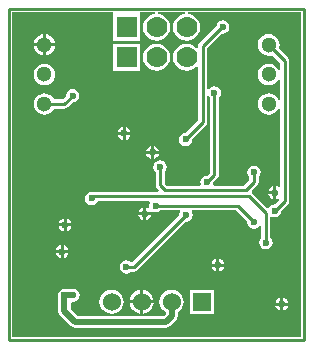
<source format=gtl>
G04*
G04 #@! TF.GenerationSoftware,Altium Limited,CircuitStudio,1.5.2 (1.5.2.30)*
G04*
G04 Layer_Physical_Order=1*
G04 Layer_Color=11767835*
%FSLAX44Y44*%
%MOMM*%
G71*
G01*
G75*
%ADD10C,0.2540*%
%ADD11C,0.5000*%
%ADD12C,1.7780*%
%ADD13R,1.7780X1.7780*%
%ADD14C,1.3000*%
%ADD15R,1.5240X1.5240*%
%ADD16C,1.5240*%
%ADD17C,0.6000*%
G36*
X574000Y268400D02*
X329000D01*
Y543400D01*
X414428D01*
X414670Y542230D01*
X414670Y542130D01*
Y519370D01*
X437530D01*
Y542130D01*
X437530Y542230D01*
X437772Y543400D01*
X449905D01*
X449989Y542130D01*
X448516Y541936D01*
X445736Y540784D01*
X443348Y538952D01*
X441516Y536564D01*
X440364Y533784D01*
X439971Y530800D01*
X440364Y527816D01*
X441516Y525036D01*
X443348Y522648D01*
X445736Y520816D01*
X448516Y519664D01*
X451500Y519272D01*
X454484Y519664D01*
X457264Y520816D01*
X459652Y522648D01*
X461484Y525036D01*
X462636Y527816D01*
X463028Y530800D01*
X462636Y533784D01*
X461484Y536564D01*
X459652Y538952D01*
X457264Y540784D01*
X454484Y541936D01*
X453011Y542130D01*
X453095Y543400D01*
X475305D01*
X475388Y542130D01*
X473916Y541936D01*
X471136Y540784D01*
X468748Y538952D01*
X466916Y536564D01*
X465764Y533784D01*
X465371Y530800D01*
X465764Y527816D01*
X466916Y525036D01*
X468748Y522648D01*
X471136Y520816D01*
X473916Y519664D01*
X476900Y519272D01*
X479884Y519664D01*
X482664Y520816D01*
X485052Y522648D01*
X486884Y525036D01*
X488036Y527816D01*
X488429Y530800D01*
X488036Y533784D01*
X486884Y536564D01*
X485052Y538952D01*
X482664Y540784D01*
X479884Y541936D01*
X478412Y542130D01*
X478495Y543400D01*
X574000D01*
Y268400D01*
D02*
G37*
%LPC*%
G36*
X504682Y334875D02*
Y330750D01*
X508808D01*
X508630Y331641D01*
X507406Y333474D01*
X505573Y334698D01*
X504682Y334875D01*
D02*
G37*
G36*
X370230Y339630D02*
X366104D01*
X366281Y338738D01*
X367506Y336906D01*
X369338Y335681D01*
X370230Y335504D01*
Y339630D01*
D02*
G37*
G36*
X502142Y334875D02*
X501250Y334698D01*
X499418Y333474D01*
X498193Y331641D01*
X498016Y330750D01*
X502142D01*
Y334875D01*
D02*
G37*
G36*
Y328210D02*
X498016D01*
X498193Y327318D01*
X499418Y325485D01*
X501250Y324261D01*
X502142Y324084D01*
Y328210D01*
D02*
G37*
G36*
X508808D02*
X504682D01*
Y324084D01*
X505573Y324261D01*
X507406Y325485D01*
X508630Y327318D01*
X508808Y328210D01*
D02*
G37*
G36*
X376896Y339630D02*
X372770D01*
Y335504D01*
X373661Y335681D01*
X375494Y336906D01*
X376718Y338738D01*
X376896Y339630D01*
D02*
G37*
G36*
X379396Y362130D02*
X375270D01*
Y358004D01*
X376161Y358181D01*
X377994Y359406D01*
X379218Y361238D01*
X379396Y362130D01*
D02*
G37*
G36*
X372730Y368796D02*
X371838Y368618D01*
X370005Y367394D01*
X368781Y365561D01*
X368604Y364670D01*
X372730D01*
Y368796D01*
D02*
G37*
G36*
Y362130D02*
X368604D01*
X368781Y361238D01*
X370005Y359406D01*
X371838Y358181D01*
X372730Y358004D01*
Y362130D01*
D02*
G37*
G36*
X370230Y346296D02*
X369338Y346118D01*
X367506Y344894D01*
X366281Y343061D01*
X366104Y342170D01*
X370230D01*
Y346296D01*
D02*
G37*
G36*
X372770D02*
Y342170D01*
X376896D01*
X376718Y343061D01*
X375494Y344894D01*
X373661Y346118D01*
X372770Y346296D01*
D02*
G37*
G36*
X448880Y297130D02*
X440070D01*
Y288319D01*
X441452Y288501D01*
X443924Y289525D01*
X446046Y291154D01*
X447675Y293276D01*
X448698Y295748D01*
X448880Y297130D01*
D02*
G37*
G36*
X556230Y295130D02*
X552104D01*
X552282Y294238D01*
X553506Y292405D01*
X555339Y291181D01*
X556230Y291004D01*
Y295130D01*
D02*
G37*
G36*
X437530Y297130D02*
X428719D01*
X428901Y295748D01*
X429925Y293276D01*
X431554Y291154D01*
X433676Y289525D01*
X436148Y288501D01*
X437530Y288319D01*
Y297130D01*
D02*
G37*
G36*
X413400Y308648D02*
X410748Y308298D01*
X408276Y307275D01*
X406154Y305646D01*
X404525Y303524D01*
X403501Y301052D01*
X403152Y298400D01*
X403501Y295748D01*
X404525Y293276D01*
X406154Y291154D01*
X408276Y289525D01*
X410748Y288501D01*
X413400Y288152D01*
X416052Y288501D01*
X418524Y289525D01*
X420646Y291154D01*
X422275Y293276D01*
X423298Y295748D01*
X423648Y298400D01*
X423298Y301052D01*
X422275Y303524D01*
X420646Y305646D01*
X418524Y307275D01*
X416052Y308298D01*
X413400Y308648D01*
D02*
G37*
G36*
X499760Y308560D02*
X479440D01*
Y288240D01*
X499760D01*
Y308560D01*
D02*
G37*
G36*
X562896Y295130D02*
X558770D01*
Y291004D01*
X559662Y291181D01*
X561494Y292405D01*
X562719Y294238D01*
X562896Y295130D01*
D02*
G37*
G36*
X440070Y308480D02*
Y299670D01*
X448880D01*
X448698Y301052D01*
X447675Y303524D01*
X446046Y305646D01*
X443924Y307275D01*
X441452Y308298D01*
X440070Y308480D01*
D02*
G37*
G36*
X381000Y309548D02*
X378839Y309118D01*
X378719Y309038D01*
X375781D01*
X375662Y309118D01*
X373500Y309548D01*
X371339Y309118D01*
X369506Y307894D01*
X368282Y306061D01*
X367852Y303900D01*
X368282Y301738D01*
X368361Y301618D01*
Y290400D01*
X368753Y288433D01*
X369866Y286766D01*
X378867Y277766D01*
X380534Y276652D01*
X382500Y276261D01*
X459500D01*
X461467Y276652D01*
X463134Y277766D01*
X467834Y282466D01*
X468947Y284133D01*
X469339Y286099D01*
Y289537D01*
X471446Y291154D01*
X473075Y293276D01*
X474098Y295748D01*
X474448Y298400D01*
X474098Y301052D01*
X473075Y303524D01*
X471446Y305646D01*
X469324Y307275D01*
X466852Y308298D01*
X464200Y308648D01*
X461548Y308298D01*
X459076Y307275D01*
X456954Y305646D01*
X455325Y303524D01*
X454301Y301052D01*
X453952Y298400D01*
X454301Y295748D01*
X455325Y293276D01*
X456954Y291154D01*
X459061Y289537D01*
Y288228D01*
X457372Y286538D01*
X384629D01*
X378639Y292528D01*
Y297426D01*
X379909Y298468D01*
X381000Y298251D01*
X383162Y298681D01*
X384994Y299905D01*
X386219Y301738D01*
X386649Y303900D01*
X386219Y306061D01*
X384994Y307894D01*
X383162Y309118D01*
X381000Y309548D01*
D02*
G37*
G36*
X437530Y308480D02*
X436148Y308298D01*
X433676Y307275D01*
X431554Y305646D01*
X429925Y303524D01*
X428901Y301052D01*
X428719Y299670D01*
X437530D01*
Y308480D01*
D02*
G37*
G36*
X556230Y301796D02*
X555339Y301618D01*
X553506Y300394D01*
X552282Y298561D01*
X552104Y297670D01*
X556230D01*
Y301796D01*
D02*
G37*
G36*
X558770D02*
Y297670D01*
X562896D01*
X562719Y298561D01*
X561494Y300394D01*
X559662Y301618D01*
X558770Y301796D01*
D02*
G37*
G36*
X375270Y368796D02*
Y364670D01*
X379396D01*
X379218Y365561D01*
X377994Y367394D01*
X376161Y368618D01*
X375270Y368796D01*
D02*
G37*
G36*
X356500Y500018D02*
X354140Y499707D01*
X351941Y498796D01*
X350052Y497347D01*
X348603Y495459D01*
X347692Y493260D01*
X347382Y490900D01*
X347692Y488540D01*
X348603Y486341D01*
X350052Y484453D01*
X351941Y483004D01*
X354140Y482093D01*
X356500Y481782D01*
X358860Y482093D01*
X361059Y483004D01*
X362947Y484453D01*
X364396Y486341D01*
X365307Y488540D01*
X365618Y490900D01*
X365307Y493260D01*
X364396Y495459D01*
X362947Y497347D01*
X361059Y498796D01*
X358860Y499707D01*
X356500Y500018D01*
D02*
G37*
G36*
X451500Y516929D02*
X448516Y516536D01*
X445736Y515384D01*
X443348Y513552D01*
X441516Y511164D01*
X440364Y508384D01*
X439971Y505400D01*
X440364Y502416D01*
X441516Y499636D01*
X443348Y497248D01*
X445736Y495416D01*
X448516Y494264D01*
X451500Y493871D01*
X454484Y494264D01*
X457264Y495416D01*
X459652Y497248D01*
X461484Y499636D01*
X462636Y502416D01*
X463028Y505400D01*
X462636Y508384D01*
X461484Y511164D01*
X459652Y513552D01*
X457264Y515384D01*
X454484Y516536D01*
X451500Y516929D01*
D02*
G37*
G36*
X380500Y478548D02*
X378339Y478118D01*
X376506Y476894D01*
X375282Y475061D01*
X374852Y472900D01*
X374877Y472771D01*
X371891Y469785D01*
X364675D01*
X364396Y470459D01*
X362947Y472347D01*
X361059Y473796D01*
X358860Y474707D01*
X356500Y475018D01*
X354140Y474707D01*
X351941Y473796D01*
X350052Y472347D01*
X348603Y470459D01*
X347692Y468260D01*
X347382Y465900D01*
X347692Y463540D01*
X348603Y461341D01*
X350052Y459453D01*
X351941Y458004D01*
X354140Y457093D01*
X356500Y456782D01*
X358860Y457093D01*
X361059Y458004D01*
X362947Y459453D01*
X364396Y461341D01*
X364675Y462015D01*
X373500D01*
X374987Y462311D01*
X376247Y463153D01*
X380371Y467277D01*
X380500Y467251D01*
X382662Y467681D01*
X384494Y468905D01*
X385719Y470738D01*
X386149Y472900D01*
X385719Y475061D01*
X384494Y476894D01*
X382662Y478118D01*
X380500Y478548D01*
D02*
G37*
G36*
X422730Y446296D02*
X421838Y446118D01*
X420006Y444894D01*
X418781Y443061D01*
X418604Y442170D01*
X422730D01*
Y446296D01*
D02*
G37*
G36*
X425270D02*
Y442170D01*
X429396D01*
X429218Y443061D01*
X427994Y444894D01*
X426161Y446118D01*
X425270Y446296D01*
D02*
G37*
G36*
X437530Y516830D02*
X414670D01*
Y493970D01*
X437530D01*
Y516830D01*
D02*
G37*
G36*
X357770Y524851D02*
Y517170D01*
X365451D01*
X365307Y518260D01*
X364396Y520459D01*
X362947Y522347D01*
X361059Y523796D01*
X358860Y524707D01*
X357770Y524851D01*
D02*
G37*
G36*
X507500Y536548D02*
X505339Y536118D01*
X503506Y534893D01*
X502282Y533061D01*
X502062Y531955D01*
X487753Y517646D01*
X486911Y516386D01*
X486615Y514900D01*
Y513490D01*
X485413Y513082D01*
X485052Y513552D01*
X482664Y515384D01*
X479884Y516536D01*
X476900Y516929D01*
X473916Y516536D01*
X471136Y515384D01*
X468748Y513552D01*
X466916Y511164D01*
X465764Y508384D01*
X465371Y505400D01*
X465764Y502416D01*
X466916Y499636D01*
X468748Y497248D01*
X471136Y495416D01*
X473916Y494264D01*
X476900Y493871D01*
X479884Y494264D01*
X482664Y495416D01*
X485052Y497248D01*
X485413Y497719D01*
X486615Y497310D01*
Y452009D01*
X476129Y441522D01*
X476000Y441548D01*
X473839Y441118D01*
X472006Y439894D01*
X470782Y438061D01*
X470352Y435900D01*
X470782Y433738D01*
X472006Y431906D01*
X473839Y430681D01*
X476000Y430251D01*
X478162Y430681D01*
X479994Y431906D01*
X481219Y433738D01*
X481649Y435900D01*
X481623Y436029D01*
X493247Y447653D01*
X494089Y448913D01*
X494138Y449160D01*
X494385Y450400D01*
Y472294D01*
X495655Y472679D01*
X496506Y471405D01*
X496615Y471332D01*
Y407659D01*
X494129Y405172D01*
X494000Y405198D01*
X491839Y404768D01*
X490006Y403544D01*
X488782Y401711D01*
X488352Y399549D01*
X488671Y397944D01*
X487847Y396674D01*
X460219D01*
X458385Y398509D01*
Y408332D01*
X458494Y408405D01*
X459719Y410238D01*
X460149Y412400D01*
X459719Y414561D01*
X458494Y416394D01*
X456662Y417618D01*
X454500Y418048D01*
X452338Y417618D01*
X450506Y416394D01*
X449282Y414561D01*
X448852Y412400D01*
X449282Y410238D01*
X450506Y408405D01*
X450616Y408332D01*
Y396900D01*
X450911Y395413D01*
X451753Y394153D01*
X453138Y392768D01*
X452652Y391594D01*
X398310D01*
X397289Y391391D01*
X396500Y391548D01*
X394338Y391118D01*
X392506Y389894D01*
X391281Y388061D01*
X390851Y385900D01*
X391281Y383738D01*
X392506Y381906D01*
X394338Y380681D01*
X396500Y380251D01*
X398661Y380681D01*
X400494Y381906D01*
X401718Y383738D01*
X401736Y383825D01*
X445306D01*
X445985Y382555D01*
X445528Y381871D01*
X445098Y379710D01*
X445333Y378529D01*
X444190Y377765D01*
X443662Y378118D01*
X442770Y378296D01*
Y374170D01*
X447047D01*
X448057Y374844D01*
X448585Y374491D01*
X450747Y374061D01*
X452908Y374491D01*
X454741Y375715D01*
X454814Y375825D01*
X471113D01*
X471711Y374705D01*
X471281Y374061D01*
X470851Y371900D01*
X470877Y371771D01*
X431202Y332096D01*
X429994Y331894D01*
X428162Y333118D01*
X426000Y333548D01*
X423839Y333118D01*
X422006Y331894D01*
X420782Y330061D01*
X420352Y327900D01*
X420782Y325738D01*
X422006Y323906D01*
X423839Y322681D01*
X426000Y322251D01*
X428162Y322681D01*
X429994Y323906D01*
X430067Y324015D01*
X432500D01*
X433986Y324311D01*
X435247Y325153D01*
X476371Y366277D01*
X476500Y366251D01*
X478661Y366681D01*
X480494Y367906D01*
X481718Y369738D01*
X482148Y371900D01*
X481718Y374061D01*
X481288Y374705D01*
X481887Y375825D01*
X518581D01*
X528377Y366029D01*
X528351Y365900D01*
X528781Y363738D01*
X530006Y361906D01*
X531838Y360681D01*
X534000Y360251D01*
X536161Y360681D01*
X537994Y361906D01*
X538845Y363180D01*
X540115Y362794D01*
Y352467D01*
X540006Y352394D01*
X538781Y350561D01*
X538351Y348400D01*
X538781Y346238D01*
X540006Y344406D01*
X541838Y343181D01*
X544000Y342751D01*
X546161Y343181D01*
X547994Y344406D01*
X549218Y346238D01*
X549648Y348400D01*
X549218Y350561D01*
X547994Y352394D01*
X547884Y352467D01*
Y369805D01*
X549004Y370404D01*
X549338Y370181D01*
X551500Y369751D01*
X553661Y370181D01*
X555494Y371406D01*
X556718Y373238D01*
X557148Y375400D01*
X557123Y375529D01*
X562747Y381153D01*
X563589Y382413D01*
X563638Y382660D01*
X563884Y383900D01*
Y502400D01*
X563589Y503887D01*
X562747Y505147D01*
X555028Y512866D01*
X555307Y513540D01*
X555618Y515900D01*
X555307Y518260D01*
X554396Y520459D01*
X552947Y522347D01*
X551059Y523797D01*
X548860Y524707D01*
X546500Y525018D01*
X544140Y524707D01*
X541941Y523797D01*
X540053Y522347D01*
X538604Y520459D01*
X537693Y518260D01*
X537382Y515900D01*
X537693Y513540D01*
X538604Y511341D01*
X540053Y509453D01*
X541941Y508004D01*
X544140Y507093D01*
X546500Y506782D01*
X548860Y507093D01*
X549534Y507372D01*
X556115Y500791D01*
Y494629D01*
X554845Y494376D01*
X554396Y495459D01*
X552947Y497347D01*
X551059Y498797D01*
X548860Y499707D01*
X546500Y500018D01*
X544140Y499707D01*
X541941Y498797D01*
X540053Y497347D01*
X538604Y495459D01*
X537693Y493260D01*
X537382Y490900D01*
X537693Y488540D01*
X538604Y486341D01*
X540053Y484453D01*
X541941Y483004D01*
X544140Y482093D01*
X546500Y481782D01*
X548860Y482093D01*
X551059Y483004D01*
X552947Y484453D01*
X554396Y486341D01*
X554845Y487424D01*
X556115Y487172D01*
Y469629D01*
X554845Y469376D01*
X554396Y470459D01*
X552947Y472347D01*
X551059Y473797D01*
X548860Y474707D01*
X546500Y475018D01*
X544140Y474707D01*
X541941Y473797D01*
X540053Y472347D01*
X538604Y470459D01*
X537693Y468260D01*
X537382Y465900D01*
X537693Y463540D01*
X538604Y461341D01*
X540053Y459453D01*
X541941Y458004D01*
X544140Y457093D01*
X546500Y456782D01*
X548860Y457093D01*
X551059Y458004D01*
X552947Y459453D01*
X554396Y461341D01*
X554845Y462424D01*
X556115Y462172D01*
Y396006D01*
X554845Y395327D01*
X553661Y396118D01*
X552770Y396296D01*
Y390900D01*
Y385504D01*
X553661Y385681D01*
X553916Y385851D01*
X555290Y385242D01*
X555362Y384756D01*
X551629Y381023D01*
X551500Y381048D01*
X549338Y380618D01*
X547506Y379394D01*
X546620Y378069D01*
X545126Y377767D01*
X532437Y390457D01*
X532083Y390693D01*
X531922Y392328D01*
X536747Y397153D01*
X537589Y398413D01*
X537638Y398660D01*
X537885Y399900D01*
Y403832D01*
X537994Y403905D01*
X539219Y405738D01*
X539649Y407900D01*
X539219Y410061D01*
X537994Y411894D01*
X536162Y413118D01*
X534000Y413548D01*
X531839Y413118D01*
X530006Y411894D01*
X528782Y410061D01*
X528352Y407900D01*
X528782Y405738D01*
X530006Y403905D01*
X530116Y403832D01*
Y401509D01*
X525281Y396674D01*
X500153D01*
X499329Y397944D01*
X499649Y399549D01*
X499623Y399679D01*
X503247Y403303D01*
X504089Y404563D01*
X504385Y406049D01*
Y471332D01*
X504494Y471405D01*
X505719Y473238D01*
X506149Y475400D01*
X505719Y477561D01*
X504494Y479394D01*
X502662Y480618D01*
X500500Y481048D01*
X498339Y480618D01*
X496506Y479394D01*
X495655Y478120D01*
X494385Y478505D01*
Y513291D01*
X506536Y525442D01*
X507500Y525251D01*
X509662Y525681D01*
X511494Y526905D01*
X512719Y528737D01*
X513149Y530899D01*
X512719Y533061D01*
X511494Y534893D01*
X509662Y536118D01*
X507500Y536548D01*
D02*
G37*
G36*
X355230Y524851D02*
X354140Y524707D01*
X351941Y523796D01*
X350052Y522347D01*
X348603Y520459D01*
X347692Y518260D01*
X347549Y517170D01*
X355230D01*
Y524851D01*
D02*
G37*
G36*
Y514630D02*
X347549D01*
X347692Y513540D01*
X348603Y511341D01*
X350052Y509453D01*
X351941Y508004D01*
X354140Y507093D01*
X355230Y506949D01*
Y514630D01*
D02*
G37*
G36*
X365451D02*
X357770D01*
Y506949D01*
X358860Y507093D01*
X361059Y508004D01*
X362947Y509453D01*
X364396Y511341D01*
X365307Y513540D01*
X365451Y514630D01*
D02*
G37*
G36*
X550230Y389630D02*
X546104D01*
X546281Y388738D01*
X547506Y386906D01*
X549338Y385681D01*
X550230Y385504D01*
Y389630D01*
D02*
G37*
G36*
Y396296D02*
X549338Y396118D01*
X547506Y394894D01*
X546281Y393061D01*
X546104Y392170D01*
X550230D01*
Y396296D01*
D02*
G37*
G36*
X440230Y378296D02*
X439338Y378118D01*
X437506Y376894D01*
X436282Y375061D01*
X436104Y374170D01*
X440230D01*
Y378296D01*
D02*
G37*
G36*
Y371630D02*
X436104D01*
X436282Y370738D01*
X437506Y368905D01*
X439338Y367681D01*
X440230Y367504D01*
Y371630D01*
D02*
G37*
G36*
X446896D02*
X442770D01*
Y367504D01*
X443662Y367681D01*
X445494Y368905D01*
X446719Y370738D01*
X446896Y371630D01*
D02*
G37*
G36*
X446780Y423680D02*
X442654D01*
X442831Y422788D01*
X444056Y420956D01*
X445888Y419731D01*
X446780Y419554D01*
Y423680D01*
D02*
G37*
G36*
X422730Y439630D02*
X418604D01*
X418781Y438738D01*
X420006Y436906D01*
X421838Y435681D01*
X422730Y435504D01*
Y439630D01*
D02*
G37*
G36*
X429396D02*
X425270D01*
Y435504D01*
X426161Y435681D01*
X427994Y436906D01*
X429218Y438738D01*
X429396Y439630D01*
D02*
G37*
G36*
X449320Y430346D02*
Y426220D01*
X453446D01*
X453269Y427112D01*
X452044Y428944D01*
X450211Y430168D01*
X449320Y430346D01*
D02*
G37*
G36*
X453446Y423680D02*
X449320D01*
Y419554D01*
X450211Y419731D01*
X452044Y420956D01*
X453269Y422788D01*
X453446Y423680D01*
D02*
G37*
G36*
X446780Y430346D02*
X445888Y430168D01*
X444056Y428944D01*
X442831Y427112D01*
X442654Y426220D01*
X446780D01*
Y430346D01*
D02*
G37*
%LPD*%
D10*
X544000Y348400D02*
Y373400D01*
X529690Y387710D02*
X544000Y373400D01*
X551500Y375400D02*
X560000Y383900D01*
Y502400D01*
X476000Y435900D02*
X490500Y450400D01*
X546500Y515900D02*
X560000Y502400D01*
X490500Y450400D02*
Y514900D01*
X373500Y465900D02*
X380500Y472900D01*
X356500Y465900D02*
X373500D01*
X489025Y387710D02*
X489075Y387659D01*
X498925D02*
X498975Y387710D01*
X529690D01*
X491179Y392739D02*
X496821D01*
X491129Y392790D02*
X491179Y392739D01*
X489075Y387659D02*
X498925D01*
X496821Y392739D02*
X496871Y392790D01*
X454500Y396900D02*
Y412400D01*
Y396900D02*
X458610Y392790D01*
X491129D01*
X496871D02*
X526890D01*
X398310Y387710D02*
X489025D01*
X450747Y379710D02*
X520190D01*
X534000Y365900D01*
X534000Y399900D02*
Y407900D01*
X526890Y392790D02*
X534000Y399900D01*
X426000Y327900D02*
X432500D01*
X476500Y371900D01*
X500500Y406049D02*
Y475400D01*
X494000Y399549D02*
X500500Y406049D01*
X490500Y514900D02*
X507000Y531400D01*
X507500Y530899D02*
Y530900D01*
X507000Y531400D02*
X507500Y530900D01*
X396500Y385900D02*
X398310Y387710D01*
X326500Y265900D02*
X576500D01*
Y545900D01*
X326500D02*
X576500D01*
X326500Y265900D02*
Y545900D01*
D11*
X373500Y290400D02*
Y303900D01*
Y290400D02*
X382500Y281400D01*
X459500D01*
X464200Y286099D01*
Y298400D01*
X373500Y303900D02*
X381000D01*
D12*
X476900Y505400D02*
D03*
X451500Y505400D02*
D03*
Y530800D02*
D03*
X476900Y530800D02*
D03*
D13*
X426100Y505400D02*
D03*
Y530800D02*
D03*
D14*
X356500Y515900D02*
D03*
Y490900D02*
D03*
Y465900D02*
D03*
X546500Y465900D02*
D03*
Y490900D02*
D03*
Y515900D02*
D03*
D15*
X489600Y298400D02*
D03*
D16*
X464200D02*
D03*
X438800D02*
D03*
X413400D02*
D03*
D17*
X544000Y348400D02*
D03*
X476500Y371900D02*
D03*
X534000Y365900D02*
D03*
X551500Y390900D02*
D03*
X448050Y424950D02*
D03*
X424000Y440900D02*
D03*
X371500Y340900D02*
D03*
X374000Y363400D02*
D03*
X551500Y375400D02*
D03*
X476000Y435900D02*
D03*
X500500Y475400D02*
D03*
X494000Y399549D02*
D03*
X557500Y296400D02*
D03*
X380500Y472900D02*
D03*
X454500Y412400D02*
D03*
X373500Y303900D02*
D03*
X381000D02*
D03*
X441500Y372900D02*
D03*
X450747Y379710D02*
D03*
X534000Y407900D02*
D03*
X426000Y327900D02*
D03*
X507500Y530899D02*
D03*
X503412Y329480D02*
D03*
X396500Y385900D02*
D03*
M02*

</source>
